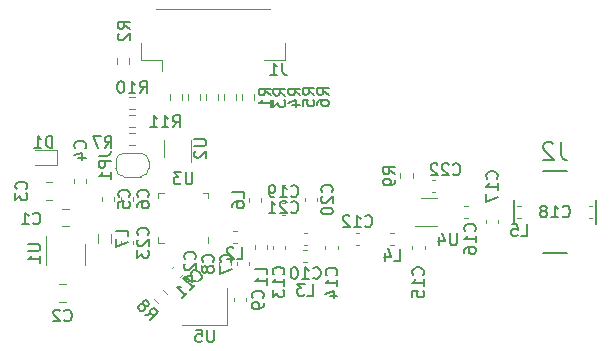
<source format=gbr>
%TF.GenerationSoftware,KiCad,Pcbnew,8.0.4+1*%
%TF.CreationDate,2024-10-17T12:28:57+00:00*%
%TF.ProjectId,TFLORA01,54464c4f-5241-4303-912e-6b696361645f,rev?*%
%TF.SameCoordinates,Original*%
%TF.FileFunction,Legend,Bot*%
%TF.FilePolarity,Positive*%
%FSLAX46Y46*%
G04 Gerber Fmt 4.6, Leading zero omitted, Abs format (unit mm)*
G04 Created by KiCad (PCBNEW 8.0.4+1) date 2024-10-17 12:28:57*
%MOMM*%
%LPD*%
G01*
G04 APERTURE LIST*
%ADD10C,0.150000*%
%ADD11C,0.120000*%
G04 APERTURE END LIST*
D10*
X176393980Y-114330542D02*
X176441600Y-114282923D01*
X176441600Y-114282923D02*
X176489219Y-114140066D01*
X176489219Y-114140066D02*
X176489219Y-114044828D01*
X176489219Y-114044828D02*
X176441600Y-113901971D01*
X176441600Y-113901971D02*
X176346361Y-113806733D01*
X176346361Y-113806733D02*
X176251123Y-113759114D01*
X176251123Y-113759114D02*
X176060647Y-113711495D01*
X176060647Y-113711495D02*
X175917790Y-113711495D01*
X175917790Y-113711495D02*
X175727314Y-113759114D01*
X175727314Y-113759114D02*
X175632076Y-113806733D01*
X175632076Y-113806733D02*
X175536838Y-113901971D01*
X175536838Y-113901971D02*
X175489219Y-114044828D01*
X175489219Y-114044828D02*
X175489219Y-114140066D01*
X175489219Y-114140066D02*
X175536838Y-114282923D01*
X175536838Y-114282923D02*
X175584457Y-114330542D01*
X176489219Y-115282923D02*
X176489219Y-114711495D01*
X176489219Y-114997209D02*
X175489219Y-114997209D01*
X175489219Y-114997209D02*
X175632076Y-114901971D01*
X175632076Y-114901971D02*
X175727314Y-114806733D01*
X175727314Y-114806733D02*
X175774933Y-114711495D01*
X175489219Y-115616257D02*
X175489219Y-116282923D01*
X175489219Y-116282923D02*
X176489219Y-115854352D01*
X172702457Y-113948380D02*
X172750076Y-113996000D01*
X172750076Y-113996000D02*
X172892933Y-114043619D01*
X172892933Y-114043619D02*
X172988171Y-114043619D01*
X172988171Y-114043619D02*
X173131028Y-113996000D01*
X173131028Y-113996000D02*
X173226266Y-113900761D01*
X173226266Y-113900761D02*
X173273885Y-113805523D01*
X173273885Y-113805523D02*
X173321504Y-113615047D01*
X173321504Y-113615047D02*
X173321504Y-113472190D01*
X173321504Y-113472190D02*
X173273885Y-113281714D01*
X173273885Y-113281714D02*
X173226266Y-113186476D01*
X173226266Y-113186476D02*
X173131028Y-113091238D01*
X173131028Y-113091238D02*
X172988171Y-113043619D01*
X172988171Y-113043619D02*
X172892933Y-113043619D01*
X172892933Y-113043619D02*
X172750076Y-113091238D01*
X172750076Y-113091238D02*
X172702457Y-113138857D01*
X172321504Y-113138857D02*
X172273885Y-113091238D01*
X172273885Y-113091238D02*
X172178647Y-113043619D01*
X172178647Y-113043619D02*
X171940552Y-113043619D01*
X171940552Y-113043619D02*
X171845314Y-113091238D01*
X171845314Y-113091238D02*
X171797695Y-113138857D01*
X171797695Y-113138857D02*
X171750076Y-113234095D01*
X171750076Y-113234095D02*
X171750076Y-113329333D01*
X171750076Y-113329333D02*
X171797695Y-113472190D01*
X171797695Y-113472190D02*
X172369123Y-114043619D01*
X172369123Y-114043619D02*
X171750076Y-114043619D01*
X171369123Y-113138857D02*
X171321504Y-113091238D01*
X171321504Y-113091238D02*
X171226266Y-113043619D01*
X171226266Y-113043619D02*
X170988171Y-113043619D01*
X170988171Y-113043619D02*
X170892933Y-113091238D01*
X170892933Y-113091238D02*
X170845314Y-113138857D01*
X170845314Y-113138857D02*
X170797695Y-113234095D01*
X170797695Y-113234095D02*
X170797695Y-113329333D01*
X170797695Y-113329333D02*
X170845314Y-113472190D01*
X170845314Y-113472190D02*
X171416742Y-114043619D01*
X171416742Y-114043619D02*
X170797695Y-114043619D01*
X162444580Y-115460542D02*
X162492200Y-115412923D01*
X162492200Y-115412923D02*
X162539819Y-115270066D01*
X162539819Y-115270066D02*
X162539819Y-115174828D01*
X162539819Y-115174828D02*
X162492200Y-115031971D01*
X162492200Y-115031971D02*
X162396961Y-114936733D01*
X162396961Y-114936733D02*
X162301723Y-114889114D01*
X162301723Y-114889114D02*
X162111247Y-114841495D01*
X162111247Y-114841495D02*
X161968390Y-114841495D01*
X161968390Y-114841495D02*
X161777914Y-114889114D01*
X161777914Y-114889114D02*
X161682676Y-114936733D01*
X161682676Y-114936733D02*
X161587438Y-115031971D01*
X161587438Y-115031971D02*
X161539819Y-115174828D01*
X161539819Y-115174828D02*
X161539819Y-115270066D01*
X161539819Y-115270066D02*
X161587438Y-115412923D01*
X161587438Y-115412923D02*
X161635057Y-115460542D01*
X161635057Y-115841495D02*
X161587438Y-115889114D01*
X161587438Y-115889114D02*
X161539819Y-115984352D01*
X161539819Y-115984352D02*
X161539819Y-116222447D01*
X161539819Y-116222447D02*
X161587438Y-116317685D01*
X161587438Y-116317685D02*
X161635057Y-116365304D01*
X161635057Y-116365304D02*
X161730295Y-116412923D01*
X161730295Y-116412923D02*
X161825533Y-116412923D01*
X161825533Y-116412923D02*
X161968390Y-116365304D01*
X161968390Y-116365304D02*
X162539819Y-115793876D01*
X162539819Y-115793876D02*
X162539819Y-116412923D01*
X161539819Y-117031971D02*
X161539819Y-117127209D01*
X161539819Y-117127209D02*
X161587438Y-117222447D01*
X161587438Y-117222447D02*
X161635057Y-117270066D01*
X161635057Y-117270066D02*
X161730295Y-117317685D01*
X161730295Y-117317685D02*
X161920771Y-117365304D01*
X161920771Y-117365304D02*
X162158866Y-117365304D01*
X162158866Y-117365304D02*
X162349342Y-117317685D01*
X162349342Y-117317685D02*
X162444580Y-117270066D01*
X162444580Y-117270066D02*
X162492200Y-117222447D01*
X162492200Y-117222447D02*
X162539819Y-117127209D01*
X162539819Y-117127209D02*
X162539819Y-117031971D01*
X162539819Y-117031971D02*
X162492200Y-116936733D01*
X162492200Y-116936733D02*
X162444580Y-116889114D01*
X162444580Y-116889114D02*
X162349342Y-116841495D01*
X162349342Y-116841495D02*
X162158866Y-116793876D01*
X162158866Y-116793876D02*
X161920771Y-116793876D01*
X161920771Y-116793876D02*
X161730295Y-116841495D01*
X161730295Y-116841495D02*
X161635057Y-116889114D01*
X161635057Y-116889114D02*
X161587438Y-116936733D01*
X161587438Y-116936733D02*
X161539819Y-117031971D01*
X181985857Y-117517380D02*
X182033476Y-117565000D01*
X182033476Y-117565000D02*
X182176333Y-117612619D01*
X182176333Y-117612619D02*
X182271571Y-117612619D01*
X182271571Y-117612619D02*
X182414428Y-117565000D01*
X182414428Y-117565000D02*
X182509666Y-117469761D01*
X182509666Y-117469761D02*
X182557285Y-117374523D01*
X182557285Y-117374523D02*
X182604904Y-117184047D01*
X182604904Y-117184047D02*
X182604904Y-117041190D01*
X182604904Y-117041190D02*
X182557285Y-116850714D01*
X182557285Y-116850714D02*
X182509666Y-116755476D01*
X182509666Y-116755476D02*
X182414428Y-116660238D01*
X182414428Y-116660238D02*
X182271571Y-116612619D01*
X182271571Y-116612619D02*
X182176333Y-116612619D01*
X182176333Y-116612619D02*
X182033476Y-116660238D01*
X182033476Y-116660238D02*
X181985857Y-116707857D01*
X181033476Y-117612619D02*
X181604904Y-117612619D01*
X181319190Y-117612619D02*
X181319190Y-116612619D01*
X181319190Y-116612619D02*
X181414428Y-116755476D01*
X181414428Y-116755476D02*
X181509666Y-116850714D01*
X181509666Y-116850714D02*
X181604904Y-116898333D01*
X180462047Y-117041190D02*
X180557285Y-116993571D01*
X180557285Y-116993571D02*
X180604904Y-116945952D01*
X180604904Y-116945952D02*
X180652523Y-116850714D01*
X180652523Y-116850714D02*
X180652523Y-116803095D01*
X180652523Y-116803095D02*
X180604904Y-116707857D01*
X180604904Y-116707857D02*
X180557285Y-116660238D01*
X180557285Y-116660238D02*
X180462047Y-116612619D01*
X180462047Y-116612619D02*
X180271571Y-116612619D01*
X180271571Y-116612619D02*
X180176333Y-116660238D01*
X180176333Y-116660238D02*
X180128714Y-116707857D01*
X180128714Y-116707857D02*
X180081095Y-116803095D01*
X180081095Y-116803095D02*
X180081095Y-116850714D01*
X180081095Y-116850714D02*
X180128714Y-116945952D01*
X180128714Y-116945952D02*
X180176333Y-116993571D01*
X180176333Y-116993571D02*
X180271571Y-117041190D01*
X180271571Y-117041190D02*
X180462047Y-117041190D01*
X180462047Y-117041190D02*
X180557285Y-117088809D01*
X180557285Y-117088809D02*
X180604904Y-117136428D01*
X180604904Y-117136428D02*
X180652523Y-117231666D01*
X180652523Y-117231666D02*
X180652523Y-117422142D01*
X180652523Y-117422142D02*
X180604904Y-117517380D01*
X180604904Y-117517380D02*
X180557285Y-117565000D01*
X180557285Y-117565000D02*
X180462047Y-117612619D01*
X180462047Y-117612619D02*
X180271571Y-117612619D01*
X180271571Y-117612619D02*
X180176333Y-117565000D01*
X180176333Y-117565000D02*
X180128714Y-117517380D01*
X180128714Y-117517380D02*
X180081095Y-117422142D01*
X180081095Y-117422142D02*
X180081095Y-117231666D01*
X180081095Y-117231666D02*
X180128714Y-117136428D01*
X180128714Y-117136428D02*
X180176333Y-117088809D01*
X180176333Y-117088809D02*
X180271571Y-117041190D01*
X146847580Y-119103142D02*
X146895200Y-119055523D01*
X146895200Y-119055523D02*
X146942819Y-118912666D01*
X146942819Y-118912666D02*
X146942819Y-118817428D01*
X146942819Y-118817428D02*
X146895200Y-118674571D01*
X146895200Y-118674571D02*
X146799961Y-118579333D01*
X146799961Y-118579333D02*
X146704723Y-118531714D01*
X146704723Y-118531714D02*
X146514247Y-118484095D01*
X146514247Y-118484095D02*
X146371390Y-118484095D01*
X146371390Y-118484095D02*
X146180914Y-118531714D01*
X146180914Y-118531714D02*
X146085676Y-118579333D01*
X146085676Y-118579333D02*
X145990438Y-118674571D01*
X145990438Y-118674571D02*
X145942819Y-118817428D01*
X145942819Y-118817428D02*
X145942819Y-118912666D01*
X145942819Y-118912666D02*
X145990438Y-119055523D01*
X145990438Y-119055523D02*
X146038057Y-119103142D01*
X146038057Y-119484095D02*
X145990438Y-119531714D01*
X145990438Y-119531714D02*
X145942819Y-119626952D01*
X145942819Y-119626952D02*
X145942819Y-119865047D01*
X145942819Y-119865047D02*
X145990438Y-119960285D01*
X145990438Y-119960285D02*
X146038057Y-120007904D01*
X146038057Y-120007904D02*
X146133295Y-120055523D01*
X146133295Y-120055523D02*
X146228533Y-120055523D01*
X146228533Y-120055523D02*
X146371390Y-120007904D01*
X146371390Y-120007904D02*
X146942819Y-119436476D01*
X146942819Y-119436476D02*
X146942819Y-120055523D01*
X145942819Y-120388857D02*
X145942819Y-121007904D01*
X145942819Y-121007904D02*
X146323771Y-120674571D01*
X146323771Y-120674571D02*
X146323771Y-120817428D01*
X146323771Y-120817428D02*
X146371390Y-120912666D01*
X146371390Y-120912666D02*
X146419009Y-120960285D01*
X146419009Y-120960285D02*
X146514247Y-121007904D01*
X146514247Y-121007904D02*
X146752342Y-121007904D01*
X146752342Y-121007904D02*
X146847580Y-120960285D01*
X146847580Y-120960285D02*
X146895200Y-120912666D01*
X146895200Y-120912666D02*
X146942819Y-120817428D01*
X146942819Y-120817428D02*
X146942819Y-120531714D01*
X146942819Y-120531714D02*
X146895200Y-120436476D01*
X146895200Y-120436476D02*
X146847580Y-120388857D01*
X145247580Y-115879333D02*
X145295200Y-115831714D01*
X145295200Y-115831714D02*
X145342819Y-115688857D01*
X145342819Y-115688857D02*
X145342819Y-115593619D01*
X145342819Y-115593619D02*
X145295200Y-115450762D01*
X145295200Y-115450762D02*
X145199961Y-115355524D01*
X145199961Y-115355524D02*
X145104723Y-115307905D01*
X145104723Y-115307905D02*
X144914247Y-115260286D01*
X144914247Y-115260286D02*
X144771390Y-115260286D01*
X144771390Y-115260286D02*
X144580914Y-115307905D01*
X144580914Y-115307905D02*
X144485676Y-115355524D01*
X144485676Y-115355524D02*
X144390438Y-115450762D01*
X144390438Y-115450762D02*
X144342819Y-115593619D01*
X144342819Y-115593619D02*
X144342819Y-115688857D01*
X144342819Y-115688857D02*
X144390438Y-115831714D01*
X144390438Y-115831714D02*
X144438057Y-115879333D01*
X144342819Y-116784095D02*
X144342819Y-116307905D01*
X144342819Y-116307905D02*
X144819009Y-116260286D01*
X144819009Y-116260286D02*
X144771390Y-116307905D01*
X144771390Y-116307905D02*
X144723771Y-116403143D01*
X144723771Y-116403143D02*
X144723771Y-116641238D01*
X144723771Y-116641238D02*
X144771390Y-116736476D01*
X144771390Y-116736476D02*
X144819009Y-116784095D01*
X144819009Y-116784095D02*
X144914247Y-116831714D01*
X144914247Y-116831714D02*
X145152342Y-116831714D01*
X145152342Y-116831714D02*
X145247580Y-116784095D01*
X145247580Y-116784095D02*
X145295200Y-116736476D01*
X145295200Y-116736476D02*
X145342819Y-116641238D01*
X145342819Y-116641238D02*
X145342819Y-116403143D01*
X145342819Y-116403143D02*
X145295200Y-116307905D01*
X145295200Y-116307905D02*
X145247580Y-116260286D01*
X151071993Y-122984856D02*
X151139337Y-122984856D01*
X151139337Y-122984856D02*
X151274024Y-122917512D01*
X151274024Y-122917512D02*
X151341367Y-122850169D01*
X151341367Y-122850169D02*
X151408711Y-122715482D01*
X151408711Y-122715482D02*
X151408711Y-122580795D01*
X151408711Y-122580795D02*
X151375039Y-122479780D01*
X151375039Y-122479780D02*
X151274024Y-122311421D01*
X151274024Y-122311421D02*
X151173009Y-122210406D01*
X151173009Y-122210406D02*
X151004650Y-122109390D01*
X151004650Y-122109390D02*
X150903635Y-122075719D01*
X150903635Y-122075719D02*
X150768948Y-122075719D01*
X150768948Y-122075719D02*
X150634261Y-122143062D01*
X150634261Y-122143062D02*
X150566917Y-122210406D01*
X150566917Y-122210406D02*
X150499574Y-122345093D01*
X150499574Y-122345093D02*
X150499574Y-122412436D01*
X150465902Y-123725634D02*
X150869963Y-123321573D01*
X150667932Y-123523604D02*
X149960826Y-122816497D01*
X149960826Y-122816497D02*
X150129184Y-122850169D01*
X150129184Y-122850169D02*
X150263871Y-122850169D01*
X150263871Y-122850169D02*
X150364887Y-122816497D01*
X149792467Y-124399070D02*
X150196528Y-123995009D01*
X149994497Y-124197039D02*
X149287390Y-123489932D01*
X149287390Y-123489932D02*
X149455749Y-123523604D01*
X149455749Y-123523604D02*
X149590436Y-123523604D01*
X149590436Y-123523604D02*
X149691451Y-123489932D01*
X158986457Y-115794980D02*
X159034076Y-115842600D01*
X159034076Y-115842600D02*
X159176933Y-115890219D01*
X159176933Y-115890219D02*
X159272171Y-115890219D01*
X159272171Y-115890219D02*
X159415028Y-115842600D01*
X159415028Y-115842600D02*
X159510266Y-115747361D01*
X159510266Y-115747361D02*
X159557885Y-115652123D01*
X159557885Y-115652123D02*
X159605504Y-115461647D01*
X159605504Y-115461647D02*
X159605504Y-115318790D01*
X159605504Y-115318790D02*
X159557885Y-115128314D01*
X159557885Y-115128314D02*
X159510266Y-115033076D01*
X159510266Y-115033076D02*
X159415028Y-114937838D01*
X159415028Y-114937838D02*
X159272171Y-114890219D01*
X159272171Y-114890219D02*
X159176933Y-114890219D01*
X159176933Y-114890219D02*
X159034076Y-114937838D01*
X159034076Y-114937838D02*
X158986457Y-114985457D01*
X158034076Y-115890219D02*
X158605504Y-115890219D01*
X158319790Y-115890219D02*
X158319790Y-114890219D01*
X158319790Y-114890219D02*
X158415028Y-115033076D01*
X158415028Y-115033076D02*
X158510266Y-115128314D01*
X158510266Y-115128314D02*
X158605504Y-115175933D01*
X157557885Y-115890219D02*
X157367409Y-115890219D01*
X157367409Y-115890219D02*
X157272171Y-115842600D01*
X157272171Y-115842600D02*
X157224552Y-115794980D01*
X157224552Y-115794980D02*
X157129314Y-115652123D01*
X157129314Y-115652123D02*
X157081695Y-115461647D01*
X157081695Y-115461647D02*
X157081695Y-115080695D01*
X157081695Y-115080695D02*
X157129314Y-114985457D01*
X157129314Y-114985457D02*
X157176933Y-114937838D01*
X157176933Y-114937838D02*
X157272171Y-114890219D01*
X157272171Y-114890219D02*
X157462647Y-114890219D01*
X157462647Y-114890219D02*
X157557885Y-114937838D01*
X157557885Y-114937838D02*
X157605504Y-114985457D01*
X157605504Y-114985457D02*
X157653123Y-115080695D01*
X157653123Y-115080695D02*
X157653123Y-115318790D01*
X157653123Y-115318790D02*
X157605504Y-115414028D01*
X157605504Y-115414028D02*
X157557885Y-115461647D01*
X157557885Y-115461647D02*
X157462647Y-115509266D01*
X157462647Y-115509266D02*
X157272171Y-115509266D01*
X157272171Y-115509266D02*
X157176933Y-115461647D01*
X157176933Y-115461647D02*
X157129314Y-115414028D01*
X157129314Y-115414028D02*
X157081695Y-115318790D01*
X146847580Y-115879333D02*
X146895200Y-115831714D01*
X146895200Y-115831714D02*
X146942819Y-115688857D01*
X146942819Y-115688857D02*
X146942819Y-115593619D01*
X146942819Y-115593619D02*
X146895200Y-115450762D01*
X146895200Y-115450762D02*
X146799961Y-115355524D01*
X146799961Y-115355524D02*
X146704723Y-115307905D01*
X146704723Y-115307905D02*
X146514247Y-115260286D01*
X146514247Y-115260286D02*
X146371390Y-115260286D01*
X146371390Y-115260286D02*
X146180914Y-115307905D01*
X146180914Y-115307905D02*
X146085676Y-115355524D01*
X146085676Y-115355524D02*
X145990438Y-115450762D01*
X145990438Y-115450762D02*
X145942819Y-115593619D01*
X145942819Y-115593619D02*
X145942819Y-115688857D01*
X145942819Y-115688857D02*
X145990438Y-115831714D01*
X145990438Y-115831714D02*
X146038057Y-115879333D01*
X145942819Y-116736476D02*
X145942819Y-116546000D01*
X145942819Y-116546000D02*
X145990438Y-116450762D01*
X145990438Y-116450762D02*
X146038057Y-116403143D01*
X146038057Y-116403143D02*
X146180914Y-116307905D01*
X146180914Y-116307905D02*
X146371390Y-116260286D01*
X146371390Y-116260286D02*
X146752342Y-116260286D01*
X146752342Y-116260286D02*
X146847580Y-116307905D01*
X146847580Y-116307905D02*
X146895200Y-116355524D01*
X146895200Y-116355524D02*
X146942819Y-116450762D01*
X146942819Y-116450762D02*
X146942819Y-116641238D01*
X146942819Y-116641238D02*
X146895200Y-116736476D01*
X146895200Y-116736476D02*
X146847580Y-116784095D01*
X146847580Y-116784095D02*
X146752342Y-116831714D01*
X146752342Y-116831714D02*
X146514247Y-116831714D01*
X146514247Y-116831714D02*
X146419009Y-116784095D01*
X146419009Y-116784095D02*
X146371390Y-116736476D01*
X146371390Y-116736476D02*
X146323771Y-116641238D01*
X146323771Y-116641238D02*
X146323771Y-116450762D01*
X146323771Y-116450762D02*
X146371390Y-116355524D01*
X146371390Y-116355524D02*
X146419009Y-116307905D01*
X146419009Y-116307905D02*
X146514247Y-116260286D01*
X158986457Y-117156380D02*
X159034076Y-117204000D01*
X159034076Y-117204000D02*
X159176933Y-117251619D01*
X159176933Y-117251619D02*
X159272171Y-117251619D01*
X159272171Y-117251619D02*
X159415028Y-117204000D01*
X159415028Y-117204000D02*
X159510266Y-117108761D01*
X159510266Y-117108761D02*
X159557885Y-117013523D01*
X159557885Y-117013523D02*
X159605504Y-116823047D01*
X159605504Y-116823047D02*
X159605504Y-116680190D01*
X159605504Y-116680190D02*
X159557885Y-116489714D01*
X159557885Y-116489714D02*
X159510266Y-116394476D01*
X159510266Y-116394476D02*
X159415028Y-116299238D01*
X159415028Y-116299238D02*
X159272171Y-116251619D01*
X159272171Y-116251619D02*
X159176933Y-116251619D01*
X159176933Y-116251619D02*
X159034076Y-116299238D01*
X159034076Y-116299238D02*
X158986457Y-116346857D01*
X158605504Y-116346857D02*
X158557885Y-116299238D01*
X158557885Y-116299238D02*
X158462647Y-116251619D01*
X158462647Y-116251619D02*
X158224552Y-116251619D01*
X158224552Y-116251619D02*
X158129314Y-116299238D01*
X158129314Y-116299238D02*
X158081695Y-116346857D01*
X158081695Y-116346857D02*
X158034076Y-116442095D01*
X158034076Y-116442095D02*
X158034076Y-116537333D01*
X158034076Y-116537333D02*
X158081695Y-116680190D01*
X158081695Y-116680190D02*
X158653123Y-117251619D01*
X158653123Y-117251619D02*
X158034076Y-117251619D01*
X157081695Y-117251619D02*
X157653123Y-117251619D01*
X157367409Y-117251619D02*
X157367409Y-116251619D01*
X157367409Y-116251619D02*
X157462647Y-116394476D01*
X157462647Y-116394476D02*
X157557885Y-116489714D01*
X157557885Y-116489714D02*
X157653123Y-116537333D01*
X150619904Y-113800819D02*
X150619904Y-114610342D01*
X150619904Y-114610342D02*
X150572285Y-114705580D01*
X150572285Y-114705580D02*
X150524666Y-114753200D01*
X150524666Y-114753200D02*
X150429428Y-114800819D01*
X150429428Y-114800819D02*
X150238952Y-114800819D01*
X150238952Y-114800819D02*
X150143714Y-114753200D01*
X150143714Y-114753200D02*
X150096095Y-114705580D01*
X150096095Y-114705580D02*
X150048476Y-114610342D01*
X150048476Y-114610342D02*
X150048476Y-113800819D01*
X149667523Y-113800819D02*
X149048476Y-113800819D01*
X149048476Y-113800819D02*
X149381809Y-114181771D01*
X149381809Y-114181771D02*
X149238952Y-114181771D01*
X149238952Y-114181771D02*
X149143714Y-114229390D01*
X149143714Y-114229390D02*
X149096095Y-114277009D01*
X149096095Y-114277009D02*
X149048476Y-114372247D01*
X149048476Y-114372247D02*
X149048476Y-114610342D01*
X149048476Y-114610342D02*
X149096095Y-114705580D01*
X149096095Y-114705580D02*
X149143714Y-114753200D01*
X149143714Y-114753200D02*
X149238952Y-114800819D01*
X149238952Y-114800819D02*
X149524666Y-114800819D01*
X149524666Y-114800819D02*
X149619904Y-114753200D01*
X149619904Y-114753200D02*
X149667523Y-114705580D01*
X143194066Y-111732219D02*
X143527399Y-111256028D01*
X143765494Y-111732219D02*
X143765494Y-110732219D01*
X143765494Y-110732219D02*
X143384542Y-110732219D01*
X143384542Y-110732219D02*
X143289304Y-110779838D01*
X143289304Y-110779838D02*
X143241685Y-110827457D01*
X143241685Y-110827457D02*
X143194066Y-110922695D01*
X143194066Y-110922695D02*
X143194066Y-111065552D01*
X143194066Y-111065552D02*
X143241685Y-111160790D01*
X143241685Y-111160790D02*
X143289304Y-111208409D01*
X143289304Y-111208409D02*
X143384542Y-111256028D01*
X143384542Y-111256028D02*
X143765494Y-111256028D01*
X142860732Y-110732219D02*
X142194066Y-110732219D01*
X142194066Y-110732219D02*
X142622637Y-111732219D01*
X154994819Y-115979333D02*
X154994819Y-115503143D01*
X154994819Y-115503143D02*
X153994819Y-115503143D01*
X153994819Y-116741238D02*
X153994819Y-116550762D01*
X153994819Y-116550762D02*
X154042438Y-116455524D01*
X154042438Y-116455524D02*
X154090057Y-116407905D01*
X154090057Y-116407905D02*
X154232914Y-116312667D01*
X154232914Y-116312667D02*
X154423390Y-116265048D01*
X154423390Y-116265048D02*
X154804342Y-116265048D01*
X154804342Y-116265048D02*
X154899580Y-116312667D01*
X154899580Y-116312667D02*
X154947200Y-116360286D01*
X154947200Y-116360286D02*
X154994819Y-116455524D01*
X154994819Y-116455524D02*
X154994819Y-116646000D01*
X154994819Y-116646000D02*
X154947200Y-116741238D01*
X154947200Y-116741238D02*
X154899580Y-116788857D01*
X154899580Y-116788857D02*
X154804342Y-116836476D01*
X154804342Y-116836476D02*
X154566247Y-116836476D01*
X154566247Y-116836476D02*
X154471009Y-116788857D01*
X154471009Y-116788857D02*
X154423390Y-116741238D01*
X154423390Y-116741238D02*
X154375771Y-116646000D01*
X154375771Y-116646000D02*
X154375771Y-116455524D01*
X154375771Y-116455524D02*
X154423390Y-116360286D01*
X154423390Y-116360286D02*
X154471009Y-116312667D01*
X154471009Y-116312667D02*
X154566247Y-116265048D01*
X178461666Y-119187419D02*
X178937856Y-119187419D01*
X178937856Y-119187419D02*
X178937856Y-118187419D01*
X177652142Y-118187419D02*
X178128332Y-118187419D01*
X178128332Y-118187419D02*
X178175951Y-118663609D01*
X178175951Y-118663609D02*
X178128332Y-118615990D01*
X178128332Y-118615990D02*
X178033094Y-118568371D01*
X178033094Y-118568371D02*
X177794999Y-118568371D01*
X177794999Y-118568371D02*
X177699761Y-118615990D01*
X177699761Y-118615990D02*
X177652142Y-118663609D01*
X177652142Y-118663609D02*
X177604523Y-118758847D01*
X177604523Y-118758847D02*
X177604523Y-118996942D01*
X177604523Y-118996942D02*
X177652142Y-119092180D01*
X177652142Y-119092180D02*
X177699761Y-119139800D01*
X177699761Y-119139800D02*
X177794999Y-119187419D01*
X177794999Y-119187419D02*
X178033094Y-119187419D01*
X178033094Y-119187419D02*
X178128332Y-119139800D01*
X178128332Y-119139800D02*
X178175951Y-119092180D01*
X145162819Y-119213333D02*
X145162819Y-118737143D01*
X145162819Y-118737143D02*
X144162819Y-118737143D01*
X144162819Y-119451429D02*
X144162819Y-120118095D01*
X144162819Y-120118095D02*
X145162819Y-119689524D01*
X156969619Y-122439133D02*
X156969619Y-121962943D01*
X156969619Y-121962943D02*
X155969619Y-121962943D01*
X156969619Y-123296276D02*
X156969619Y-122724848D01*
X156969619Y-123010562D02*
X155969619Y-123010562D01*
X155969619Y-123010562D02*
X156112476Y-122915324D01*
X156112476Y-122915324D02*
X156207714Y-122820086D01*
X156207714Y-122820086D02*
X156255333Y-122724848D01*
X167730466Y-121290219D02*
X168206656Y-121290219D01*
X168206656Y-121290219D02*
X168206656Y-120290219D01*
X166968561Y-120623552D02*
X166968561Y-121290219D01*
X167206656Y-120242600D02*
X167444751Y-120956885D01*
X167444751Y-120956885D02*
X166825704Y-120956885D01*
X160364466Y-124229019D02*
X160840656Y-124229019D01*
X160840656Y-124229019D02*
X160840656Y-123229019D01*
X160126370Y-123229019D02*
X159507323Y-123229019D01*
X159507323Y-123229019D02*
X159840656Y-123609971D01*
X159840656Y-123609971D02*
X159697799Y-123609971D01*
X159697799Y-123609971D02*
X159602561Y-123657590D01*
X159602561Y-123657590D02*
X159554942Y-123705209D01*
X159554942Y-123705209D02*
X159507323Y-123800447D01*
X159507323Y-123800447D02*
X159507323Y-124038542D01*
X159507323Y-124038542D02*
X159554942Y-124133780D01*
X159554942Y-124133780D02*
X159602561Y-124181400D01*
X159602561Y-124181400D02*
X159697799Y-124229019D01*
X159697799Y-124229019D02*
X159983513Y-124229019D01*
X159983513Y-124229019D02*
X160078751Y-124181400D01*
X160078751Y-124181400D02*
X160126370Y-124133780D01*
X160866057Y-122736780D02*
X160913676Y-122784400D01*
X160913676Y-122784400D02*
X161056533Y-122832019D01*
X161056533Y-122832019D02*
X161151771Y-122832019D01*
X161151771Y-122832019D02*
X161294628Y-122784400D01*
X161294628Y-122784400D02*
X161389866Y-122689161D01*
X161389866Y-122689161D02*
X161437485Y-122593923D01*
X161437485Y-122593923D02*
X161485104Y-122403447D01*
X161485104Y-122403447D02*
X161485104Y-122260590D01*
X161485104Y-122260590D02*
X161437485Y-122070114D01*
X161437485Y-122070114D02*
X161389866Y-121974876D01*
X161389866Y-121974876D02*
X161294628Y-121879638D01*
X161294628Y-121879638D02*
X161151771Y-121832019D01*
X161151771Y-121832019D02*
X161056533Y-121832019D01*
X161056533Y-121832019D02*
X160913676Y-121879638D01*
X160913676Y-121879638D02*
X160866057Y-121927257D01*
X159913676Y-122832019D02*
X160485104Y-122832019D01*
X160199390Y-122832019D02*
X160199390Y-121832019D01*
X160199390Y-121832019D02*
X160294628Y-121974876D01*
X160294628Y-121974876D02*
X160389866Y-122070114D01*
X160389866Y-122070114D02*
X160485104Y-122117733D01*
X159294628Y-121832019D02*
X159199390Y-121832019D01*
X159199390Y-121832019D02*
X159104152Y-121879638D01*
X159104152Y-121879638D02*
X159056533Y-121927257D01*
X159056533Y-121927257D02*
X159008914Y-122022495D01*
X159008914Y-122022495D02*
X158961295Y-122212971D01*
X158961295Y-122212971D02*
X158961295Y-122451066D01*
X158961295Y-122451066D02*
X159008914Y-122641542D01*
X159008914Y-122641542D02*
X159056533Y-122736780D01*
X159056533Y-122736780D02*
X159104152Y-122784400D01*
X159104152Y-122784400D02*
X159199390Y-122832019D01*
X159199390Y-122832019D02*
X159294628Y-122832019D01*
X159294628Y-122832019D02*
X159389866Y-122784400D01*
X159389866Y-122784400D02*
X159437485Y-122736780D01*
X159437485Y-122736780D02*
X159485104Y-122641542D01*
X159485104Y-122641542D02*
X159532723Y-122451066D01*
X159532723Y-122451066D02*
X159532723Y-122212971D01*
X159532723Y-122212971D02*
X159485104Y-122022495D01*
X159485104Y-122022495D02*
X159437485Y-121927257D01*
X159437485Y-121927257D02*
X159389866Y-121879638D01*
X159389866Y-121879638D02*
X159294628Y-121832019D01*
X170158580Y-122470942D02*
X170206200Y-122423323D01*
X170206200Y-122423323D02*
X170253819Y-122280466D01*
X170253819Y-122280466D02*
X170253819Y-122185228D01*
X170253819Y-122185228D02*
X170206200Y-122042371D01*
X170206200Y-122042371D02*
X170110961Y-121947133D01*
X170110961Y-121947133D02*
X170015723Y-121899514D01*
X170015723Y-121899514D02*
X169825247Y-121851895D01*
X169825247Y-121851895D02*
X169682390Y-121851895D01*
X169682390Y-121851895D02*
X169491914Y-121899514D01*
X169491914Y-121899514D02*
X169396676Y-121947133D01*
X169396676Y-121947133D02*
X169301438Y-122042371D01*
X169301438Y-122042371D02*
X169253819Y-122185228D01*
X169253819Y-122185228D02*
X169253819Y-122280466D01*
X169253819Y-122280466D02*
X169301438Y-122423323D01*
X169301438Y-122423323D02*
X169349057Y-122470942D01*
X170253819Y-123423323D02*
X170253819Y-122851895D01*
X170253819Y-123137609D02*
X169253819Y-123137609D01*
X169253819Y-123137609D02*
X169396676Y-123042371D01*
X169396676Y-123042371D02*
X169491914Y-122947133D01*
X169491914Y-122947133D02*
X169539533Y-122851895D01*
X169253819Y-124328085D02*
X169253819Y-123851895D01*
X169253819Y-123851895D02*
X169730009Y-123804276D01*
X169730009Y-123804276D02*
X169682390Y-123851895D01*
X169682390Y-123851895D02*
X169634771Y-123947133D01*
X169634771Y-123947133D02*
X169634771Y-124185228D01*
X169634771Y-124185228D02*
X169682390Y-124280466D01*
X169682390Y-124280466D02*
X169730009Y-124328085D01*
X169730009Y-124328085D02*
X169825247Y-124375704D01*
X169825247Y-124375704D02*
X170063342Y-124375704D01*
X170063342Y-124375704D02*
X170158580Y-124328085D01*
X170158580Y-124328085D02*
X170206200Y-124280466D01*
X170206200Y-124280466D02*
X170253819Y-124185228D01*
X170253819Y-124185228D02*
X170253819Y-123947133D01*
X170253819Y-123947133D02*
X170206200Y-123851895D01*
X170206200Y-123851895D02*
X170158580Y-123804276D01*
X174539780Y-118775542D02*
X174587400Y-118727923D01*
X174587400Y-118727923D02*
X174635019Y-118585066D01*
X174635019Y-118585066D02*
X174635019Y-118489828D01*
X174635019Y-118489828D02*
X174587400Y-118346971D01*
X174587400Y-118346971D02*
X174492161Y-118251733D01*
X174492161Y-118251733D02*
X174396923Y-118204114D01*
X174396923Y-118204114D02*
X174206447Y-118156495D01*
X174206447Y-118156495D02*
X174063590Y-118156495D01*
X174063590Y-118156495D02*
X173873114Y-118204114D01*
X173873114Y-118204114D02*
X173777876Y-118251733D01*
X173777876Y-118251733D02*
X173682638Y-118346971D01*
X173682638Y-118346971D02*
X173635019Y-118489828D01*
X173635019Y-118489828D02*
X173635019Y-118585066D01*
X173635019Y-118585066D02*
X173682638Y-118727923D01*
X173682638Y-118727923D02*
X173730257Y-118775542D01*
X174635019Y-119727923D02*
X174635019Y-119156495D01*
X174635019Y-119442209D02*
X173635019Y-119442209D01*
X173635019Y-119442209D02*
X173777876Y-119346971D01*
X173777876Y-119346971D02*
X173873114Y-119251733D01*
X173873114Y-119251733D02*
X173920733Y-119156495D01*
X173635019Y-120585066D02*
X173635019Y-120394590D01*
X173635019Y-120394590D02*
X173682638Y-120299352D01*
X173682638Y-120299352D02*
X173730257Y-120251733D01*
X173730257Y-120251733D02*
X173873114Y-120156495D01*
X173873114Y-120156495D02*
X174063590Y-120108876D01*
X174063590Y-120108876D02*
X174444542Y-120108876D01*
X174444542Y-120108876D02*
X174539780Y-120156495D01*
X174539780Y-120156495D02*
X174587400Y-120204114D01*
X174587400Y-120204114D02*
X174635019Y-120299352D01*
X174635019Y-120299352D02*
X174635019Y-120489828D01*
X174635019Y-120489828D02*
X174587400Y-120585066D01*
X174587400Y-120585066D02*
X174539780Y-120632685D01*
X174539780Y-120632685D02*
X174444542Y-120680304D01*
X174444542Y-120680304D02*
X174206447Y-120680304D01*
X174206447Y-120680304D02*
X174111209Y-120632685D01*
X174111209Y-120632685D02*
X174063590Y-120585066D01*
X174063590Y-120585066D02*
X174015971Y-120489828D01*
X174015971Y-120489828D02*
X174015971Y-120299352D01*
X174015971Y-120299352D02*
X174063590Y-120204114D01*
X174063590Y-120204114D02*
X174111209Y-120156495D01*
X174111209Y-120156495D02*
X174206447Y-120108876D01*
X162817980Y-122496342D02*
X162865600Y-122448723D01*
X162865600Y-122448723D02*
X162913219Y-122305866D01*
X162913219Y-122305866D02*
X162913219Y-122210628D01*
X162913219Y-122210628D02*
X162865600Y-122067771D01*
X162865600Y-122067771D02*
X162770361Y-121972533D01*
X162770361Y-121972533D02*
X162675123Y-121924914D01*
X162675123Y-121924914D02*
X162484647Y-121877295D01*
X162484647Y-121877295D02*
X162341790Y-121877295D01*
X162341790Y-121877295D02*
X162151314Y-121924914D01*
X162151314Y-121924914D02*
X162056076Y-121972533D01*
X162056076Y-121972533D02*
X161960838Y-122067771D01*
X161960838Y-122067771D02*
X161913219Y-122210628D01*
X161913219Y-122210628D02*
X161913219Y-122305866D01*
X161913219Y-122305866D02*
X161960838Y-122448723D01*
X161960838Y-122448723D02*
X162008457Y-122496342D01*
X162913219Y-123448723D02*
X162913219Y-122877295D01*
X162913219Y-123163009D02*
X161913219Y-123163009D01*
X161913219Y-123163009D02*
X162056076Y-123067771D01*
X162056076Y-123067771D02*
X162151314Y-122972533D01*
X162151314Y-122972533D02*
X162198933Y-122877295D01*
X162246552Y-124305866D02*
X162913219Y-124305866D01*
X161865600Y-124067771D02*
X162579885Y-123829676D01*
X162579885Y-123829676D02*
X162579885Y-124448723D01*
X158322180Y-122445542D02*
X158369800Y-122397923D01*
X158369800Y-122397923D02*
X158417419Y-122255066D01*
X158417419Y-122255066D02*
X158417419Y-122159828D01*
X158417419Y-122159828D02*
X158369800Y-122016971D01*
X158369800Y-122016971D02*
X158274561Y-121921733D01*
X158274561Y-121921733D02*
X158179323Y-121874114D01*
X158179323Y-121874114D02*
X157988847Y-121826495D01*
X157988847Y-121826495D02*
X157845990Y-121826495D01*
X157845990Y-121826495D02*
X157655514Y-121874114D01*
X157655514Y-121874114D02*
X157560276Y-121921733D01*
X157560276Y-121921733D02*
X157465038Y-122016971D01*
X157465038Y-122016971D02*
X157417419Y-122159828D01*
X157417419Y-122159828D02*
X157417419Y-122255066D01*
X157417419Y-122255066D02*
X157465038Y-122397923D01*
X157465038Y-122397923D02*
X157512657Y-122445542D01*
X158417419Y-123397923D02*
X158417419Y-122826495D01*
X158417419Y-123112209D02*
X157417419Y-123112209D01*
X157417419Y-123112209D02*
X157560276Y-123016971D01*
X157560276Y-123016971D02*
X157655514Y-122921733D01*
X157655514Y-122921733D02*
X157703133Y-122826495D01*
X157417419Y-123731257D02*
X157417419Y-124350304D01*
X157417419Y-124350304D02*
X157798371Y-124016971D01*
X157798371Y-124016971D02*
X157798371Y-124159828D01*
X157798371Y-124159828D02*
X157845990Y-124255066D01*
X157845990Y-124255066D02*
X157893609Y-124302685D01*
X157893609Y-124302685D02*
X157988847Y-124350304D01*
X157988847Y-124350304D02*
X158226942Y-124350304D01*
X158226942Y-124350304D02*
X158322180Y-124302685D01*
X158322180Y-124302685D02*
X158369800Y-124255066D01*
X158369800Y-124255066D02*
X158417419Y-124159828D01*
X158417419Y-124159828D02*
X158417419Y-123874114D01*
X158417419Y-123874114D02*
X158369800Y-123778876D01*
X158369800Y-123778876D02*
X158322180Y-123731257D01*
X165260257Y-118334980D02*
X165307876Y-118382600D01*
X165307876Y-118382600D02*
X165450733Y-118430219D01*
X165450733Y-118430219D02*
X165545971Y-118430219D01*
X165545971Y-118430219D02*
X165688828Y-118382600D01*
X165688828Y-118382600D02*
X165784066Y-118287361D01*
X165784066Y-118287361D02*
X165831685Y-118192123D01*
X165831685Y-118192123D02*
X165879304Y-118001647D01*
X165879304Y-118001647D02*
X165879304Y-117858790D01*
X165879304Y-117858790D02*
X165831685Y-117668314D01*
X165831685Y-117668314D02*
X165784066Y-117573076D01*
X165784066Y-117573076D02*
X165688828Y-117477838D01*
X165688828Y-117477838D02*
X165545971Y-117430219D01*
X165545971Y-117430219D02*
X165450733Y-117430219D01*
X165450733Y-117430219D02*
X165307876Y-117477838D01*
X165307876Y-117477838D02*
X165260257Y-117525457D01*
X164307876Y-118430219D02*
X164879304Y-118430219D01*
X164593590Y-118430219D02*
X164593590Y-117430219D01*
X164593590Y-117430219D02*
X164688828Y-117573076D01*
X164688828Y-117573076D02*
X164784066Y-117668314D01*
X164784066Y-117668314D02*
X164879304Y-117715933D01*
X163926923Y-117525457D02*
X163879304Y-117477838D01*
X163879304Y-117477838D02*
X163784066Y-117430219D01*
X163784066Y-117430219D02*
X163545971Y-117430219D01*
X163545971Y-117430219D02*
X163450733Y-117477838D01*
X163450733Y-117477838D02*
X163403114Y-117525457D01*
X163403114Y-117525457D02*
X163355495Y-117620695D01*
X163355495Y-117620695D02*
X163355495Y-117715933D01*
X163355495Y-117715933D02*
X163403114Y-117858790D01*
X163403114Y-117858790D02*
X163974542Y-118430219D01*
X163974542Y-118430219D02*
X163355495Y-118430219D01*
X152345580Y-121372333D02*
X152393200Y-121324714D01*
X152393200Y-121324714D02*
X152440819Y-121181857D01*
X152440819Y-121181857D02*
X152440819Y-121086619D01*
X152440819Y-121086619D02*
X152393200Y-120943762D01*
X152393200Y-120943762D02*
X152297961Y-120848524D01*
X152297961Y-120848524D02*
X152202723Y-120800905D01*
X152202723Y-120800905D02*
X152012247Y-120753286D01*
X152012247Y-120753286D02*
X151869390Y-120753286D01*
X151869390Y-120753286D02*
X151678914Y-120800905D01*
X151678914Y-120800905D02*
X151583676Y-120848524D01*
X151583676Y-120848524D02*
X151488438Y-120943762D01*
X151488438Y-120943762D02*
X151440819Y-121086619D01*
X151440819Y-121086619D02*
X151440819Y-121181857D01*
X151440819Y-121181857D02*
X151488438Y-121324714D01*
X151488438Y-121324714D02*
X151536057Y-121372333D01*
X151869390Y-121943762D02*
X151821771Y-121848524D01*
X151821771Y-121848524D02*
X151774152Y-121800905D01*
X151774152Y-121800905D02*
X151678914Y-121753286D01*
X151678914Y-121753286D02*
X151631295Y-121753286D01*
X151631295Y-121753286D02*
X151536057Y-121800905D01*
X151536057Y-121800905D02*
X151488438Y-121848524D01*
X151488438Y-121848524D02*
X151440819Y-121943762D01*
X151440819Y-121943762D02*
X151440819Y-122134238D01*
X151440819Y-122134238D02*
X151488438Y-122229476D01*
X151488438Y-122229476D02*
X151536057Y-122277095D01*
X151536057Y-122277095D02*
X151631295Y-122324714D01*
X151631295Y-122324714D02*
X151678914Y-122324714D01*
X151678914Y-122324714D02*
X151774152Y-122277095D01*
X151774152Y-122277095D02*
X151821771Y-122229476D01*
X151821771Y-122229476D02*
X151869390Y-122134238D01*
X151869390Y-122134238D02*
X151869390Y-121943762D01*
X151869390Y-121943762D02*
X151917009Y-121848524D01*
X151917009Y-121848524D02*
X151964628Y-121800905D01*
X151964628Y-121800905D02*
X152059866Y-121753286D01*
X152059866Y-121753286D02*
X152250342Y-121753286D01*
X152250342Y-121753286D02*
X152345580Y-121800905D01*
X152345580Y-121800905D02*
X152393200Y-121848524D01*
X152393200Y-121848524D02*
X152440819Y-121943762D01*
X152440819Y-121943762D02*
X152440819Y-122134238D01*
X152440819Y-122134238D02*
X152393200Y-122229476D01*
X152393200Y-122229476D02*
X152345580Y-122277095D01*
X152345580Y-122277095D02*
X152250342Y-122324714D01*
X152250342Y-122324714D02*
X152059866Y-122324714D01*
X152059866Y-122324714D02*
X151964628Y-122277095D01*
X151964628Y-122277095D02*
X151917009Y-122229476D01*
X151917009Y-122229476D02*
X151869390Y-122134238D01*
X153869580Y-121372333D02*
X153917200Y-121324714D01*
X153917200Y-121324714D02*
X153964819Y-121181857D01*
X153964819Y-121181857D02*
X153964819Y-121086619D01*
X153964819Y-121086619D02*
X153917200Y-120943762D01*
X153917200Y-120943762D02*
X153821961Y-120848524D01*
X153821961Y-120848524D02*
X153726723Y-120800905D01*
X153726723Y-120800905D02*
X153536247Y-120753286D01*
X153536247Y-120753286D02*
X153393390Y-120753286D01*
X153393390Y-120753286D02*
X153202914Y-120800905D01*
X153202914Y-120800905D02*
X153107676Y-120848524D01*
X153107676Y-120848524D02*
X153012438Y-120943762D01*
X153012438Y-120943762D02*
X152964819Y-121086619D01*
X152964819Y-121086619D02*
X152964819Y-121181857D01*
X152964819Y-121181857D02*
X153012438Y-121324714D01*
X153012438Y-121324714D02*
X153060057Y-121372333D01*
X152964819Y-121705667D02*
X152964819Y-122372333D01*
X152964819Y-122372333D02*
X153964819Y-121943762D01*
X154395466Y-121137819D02*
X154871656Y-121137819D01*
X154871656Y-121137819D02*
X154871656Y-120137819D01*
X154109751Y-120233057D02*
X154062132Y-120185438D01*
X154062132Y-120185438D02*
X153966894Y-120137819D01*
X153966894Y-120137819D02*
X153728799Y-120137819D01*
X153728799Y-120137819D02*
X153633561Y-120185438D01*
X153633561Y-120185438D02*
X153585942Y-120233057D01*
X153585942Y-120233057D02*
X153538323Y-120328295D01*
X153538323Y-120328295D02*
X153538323Y-120423533D01*
X153538323Y-120423533D02*
X153585942Y-120566390D01*
X153585942Y-120566390D02*
X154157370Y-121137819D01*
X154157370Y-121137819D02*
X153538323Y-121137819D01*
X141532780Y-111745733D02*
X141580400Y-111698114D01*
X141580400Y-111698114D02*
X141628019Y-111555257D01*
X141628019Y-111555257D02*
X141628019Y-111460019D01*
X141628019Y-111460019D02*
X141580400Y-111317162D01*
X141580400Y-111317162D02*
X141485161Y-111221924D01*
X141485161Y-111221924D02*
X141389923Y-111174305D01*
X141389923Y-111174305D02*
X141199447Y-111126686D01*
X141199447Y-111126686D02*
X141056590Y-111126686D01*
X141056590Y-111126686D02*
X140866114Y-111174305D01*
X140866114Y-111174305D02*
X140770876Y-111221924D01*
X140770876Y-111221924D02*
X140675638Y-111317162D01*
X140675638Y-111317162D02*
X140628019Y-111460019D01*
X140628019Y-111460019D02*
X140628019Y-111555257D01*
X140628019Y-111555257D02*
X140675638Y-111698114D01*
X140675638Y-111698114D02*
X140723257Y-111745733D01*
X140961352Y-112602876D02*
X141628019Y-112602876D01*
X140580400Y-112364781D02*
X141294685Y-112126686D01*
X141294685Y-112126686D02*
X141294685Y-112745733D01*
X136741819Y-119862695D02*
X137551342Y-119862695D01*
X137551342Y-119862695D02*
X137646580Y-119910314D01*
X137646580Y-119910314D02*
X137694200Y-119957933D01*
X137694200Y-119957933D02*
X137741819Y-120053171D01*
X137741819Y-120053171D02*
X137741819Y-120243647D01*
X137741819Y-120243647D02*
X137694200Y-120338885D01*
X137694200Y-120338885D02*
X137646580Y-120386504D01*
X137646580Y-120386504D02*
X137551342Y-120434123D01*
X137551342Y-120434123D02*
X136741819Y-120434123D01*
X137741819Y-121434123D02*
X137741819Y-120862695D01*
X137741819Y-121148409D02*
X136741819Y-121148409D01*
X136741819Y-121148409D02*
X136884676Y-121053171D01*
X136884676Y-121053171D02*
X136979914Y-120957933D01*
X136979914Y-120957933D02*
X137027533Y-120862695D01*
X139790466Y-126318180D02*
X139838085Y-126365800D01*
X139838085Y-126365800D02*
X139980942Y-126413419D01*
X139980942Y-126413419D02*
X140076180Y-126413419D01*
X140076180Y-126413419D02*
X140219037Y-126365800D01*
X140219037Y-126365800D02*
X140314275Y-126270561D01*
X140314275Y-126270561D02*
X140361894Y-126175323D01*
X140361894Y-126175323D02*
X140409513Y-125984847D01*
X140409513Y-125984847D02*
X140409513Y-125841990D01*
X140409513Y-125841990D02*
X140361894Y-125651514D01*
X140361894Y-125651514D02*
X140314275Y-125556276D01*
X140314275Y-125556276D02*
X140219037Y-125461038D01*
X140219037Y-125461038D02*
X140076180Y-125413419D01*
X140076180Y-125413419D02*
X139980942Y-125413419D01*
X139980942Y-125413419D02*
X139838085Y-125461038D01*
X139838085Y-125461038D02*
X139790466Y-125508657D01*
X139409513Y-125508657D02*
X139361894Y-125461038D01*
X139361894Y-125461038D02*
X139266656Y-125413419D01*
X139266656Y-125413419D02*
X139028561Y-125413419D01*
X139028561Y-125413419D02*
X138933323Y-125461038D01*
X138933323Y-125461038D02*
X138885704Y-125508657D01*
X138885704Y-125508657D02*
X138838085Y-125603895D01*
X138838085Y-125603895D02*
X138838085Y-125699133D01*
X138838085Y-125699133D02*
X138885704Y-125841990D01*
X138885704Y-125841990D02*
X139457132Y-126413419D01*
X139457132Y-126413419D02*
X138838085Y-126413419D01*
X137148866Y-118113980D02*
X137196485Y-118161600D01*
X137196485Y-118161600D02*
X137339342Y-118209219D01*
X137339342Y-118209219D02*
X137434580Y-118209219D01*
X137434580Y-118209219D02*
X137577437Y-118161600D01*
X137577437Y-118161600D02*
X137672675Y-118066361D01*
X137672675Y-118066361D02*
X137720294Y-117971123D01*
X137720294Y-117971123D02*
X137767913Y-117780647D01*
X137767913Y-117780647D02*
X137767913Y-117637790D01*
X137767913Y-117637790D02*
X137720294Y-117447314D01*
X137720294Y-117447314D02*
X137672675Y-117352076D01*
X137672675Y-117352076D02*
X137577437Y-117256838D01*
X137577437Y-117256838D02*
X137434580Y-117209219D01*
X137434580Y-117209219D02*
X137339342Y-117209219D01*
X137339342Y-117209219D02*
X137196485Y-117256838D01*
X137196485Y-117256838D02*
X137148866Y-117304457D01*
X136196485Y-118209219D02*
X136767913Y-118209219D01*
X136482199Y-118209219D02*
X136482199Y-117209219D01*
X136482199Y-117209219D02*
X136577437Y-117352076D01*
X136577437Y-117352076D02*
X136672675Y-117447314D01*
X136672675Y-117447314D02*
X136767913Y-117494933D01*
X136554380Y-115200133D02*
X136602000Y-115152514D01*
X136602000Y-115152514D02*
X136649619Y-115009657D01*
X136649619Y-115009657D02*
X136649619Y-114914419D01*
X136649619Y-114914419D02*
X136602000Y-114771562D01*
X136602000Y-114771562D02*
X136506761Y-114676324D01*
X136506761Y-114676324D02*
X136411523Y-114628705D01*
X136411523Y-114628705D02*
X136221047Y-114581086D01*
X136221047Y-114581086D02*
X136078190Y-114581086D01*
X136078190Y-114581086D02*
X135887714Y-114628705D01*
X135887714Y-114628705D02*
X135792476Y-114676324D01*
X135792476Y-114676324D02*
X135697238Y-114771562D01*
X135697238Y-114771562D02*
X135649619Y-114914419D01*
X135649619Y-114914419D02*
X135649619Y-115009657D01*
X135649619Y-115009657D02*
X135697238Y-115152514D01*
X135697238Y-115152514D02*
X135744857Y-115200133D01*
X135649619Y-115533467D02*
X135649619Y-116152514D01*
X135649619Y-116152514D02*
X136030571Y-115819181D01*
X136030571Y-115819181D02*
X136030571Y-115962038D01*
X136030571Y-115962038D02*
X136078190Y-116057276D01*
X136078190Y-116057276D02*
X136125809Y-116104895D01*
X136125809Y-116104895D02*
X136221047Y-116152514D01*
X136221047Y-116152514D02*
X136459142Y-116152514D01*
X136459142Y-116152514D02*
X136554380Y-116104895D01*
X136554380Y-116104895D02*
X136602000Y-116057276D01*
X136602000Y-116057276D02*
X136649619Y-115962038D01*
X136649619Y-115962038D02*
X136649619Y-115676324D01*
X136649619Y-115676324D02*
X136602000Y-115581086D01*
X136602000Y-115581086D02*
X136554380Y-115533467D01*
X150821580Y-121150142D02*
X150869200Y-121102523D01*
X150869200Y-121102523D02*
X150916819Y-120959666D01*
X150916819Y-120959666D02*
X150916819Y-120864428D01*
X150916819Y-120864428D02*
X150869200Y-120721571D01*
X150869200Y-120721571D02*
X150773961Y-120626333D01*
X150773961Y-120626333D02*
X150678723Y-120578714D01*
X150678723Y-120578714D02*
X150488247Y-120531095D01*
X150488247Y-120531095D02*
X150345390Y-120531095D01*
X150345390Y-120531095D02*
X150154914Y-120578714D01*
X150154914Y-120578714D02*
X150059676Y-120626333D01*
X150059676Y-120626333D02*
X149964438Y-120721571D01*
X149964438Y-120721571D02*
X149916819Y-120864428D01*
X149916819Y-120864428D02*
X149916819Y-120959666D01*
X149916819Y-120959666D02*
X149964438Y-121102523D01*
X149964438Y-121102523D02*
X150012057Y-121150142D01*
X150012057Y-121531095D02*
X149964438Y-121578714D01*
X149964438Y-121578714D02*
X149916819Y-121673952D01*
X149916819Y-121673952D02*
X149916819Y-121912047D01*
X149916819Y-121912047D02*
X149964438Y-122007285D01*
X149964438Y-122007285D02*
X150012057Y-122054904D01*
X150012057Y-122054904D02*
X150107295Y-122102523D01*
X150107295Y-122102523D02*
X150202533Y-122102523D01*
X150202533Y-122102523D02*
X150345390Y-122054904D01*
X150345390Y-122054904D02*
X150916819Y-121483476D01*
X150916819Y-121483476D02*
X150916819Y-122102523D01*
X150250152Y-122959666D02*
X150916819Y-122959666D01*
X149869200Y-122721571D02*
X150583485Y-122483476D01*
X150583485Y-122483476D02*
X150583485Y-123102523D01*
X181817599Y-111243928D02*
X181817599Y-112315357D01*
X181817599Y-112315357D02*
X181889028Y-112529642D01*
X181889028Y-112529642D02*
X182031885Y-112672500D01*
X182031885Y-112672500D02*
X182246171Y-112743928D01*
X182246171Y-112743928D02*
X182389028Y-112743928D01*
X181174742Y-111386785D02*
X181103314Y-111315357D01*
X181103314Y-111315357D02*
X180960457Y-111243928D01*
X180960457Y-111243928D02*
X180603314Y-111243928D01*
X180603314Y-111243928D02*
X180460457Y-111315357D01*
X180460457Y-111315357D02*
X180389028Y-111386785D01*
X180389028Y-111386785D02*
X180317599Y-111529642D01*
X180317599Y-111529642D02*
X180317599Y-111672500D01*
X180317599Y-111672500D02*
X180389028Y-111886785D01*
X180389028Y-111886785D02*
X181246171Y-112743928D01*
X181246171Y-112743928D02*
X180317599Y-112743928D01*
X158493619Y-107300733D02*
X158017428Y-106967400D01*
X158493619Y-106729305D02*
X157493619Y-106729305D01*
X157493619Y-106729305D02*
X157493619Y-107110257D01*
X157493619Y-107110257D02*
X157541238Y-107205495D01*
X157541238Y-107205495D02*
X157588857Y-107253114D01*
X157588857Y-107253114D02*
X157684095Y-107300733D01*
X157684095Y-107300733D02*
X157826952Y-107300733D01*
X157826952Y-107300733D02*
X157922190Y-107253114D01*
X157922190Y-107253114D02*
X157969809Y-107205495D01*
X157969809Y-107205495D02*
X158017428Y-107110257D01*
X158017428Y-107110257D02*
X158017428Y-106729305D01*
X157493619Y-107634067D02*
X157493619Y-108253114D01*
X157493619Y-108253114D02*
X157874571Y-107919781D01*
X157874571Y-107919781D02*
X157874571Y-108062638D01*
X157874571Y-108062638D02*
X157922190Y-108157876D01*
X157922190Y-108157876D02*
X157969809Y-108205495D01*
X157969809Y-108205495D02*
X158065047Y-108253114D01*
X158065047Y-108253114D02*
X158303142Y-108253114D01*
X158303142Y-108253114D02*
X158398380Y-108205495D01*
X158398380Y-108205495D02*
X158446000Y-108157876D01*
X158446000Y-108157876D02*
X158493619Y-108062638D01*
X158493619Y-108062638D02*
X158493619Y-107776924D01*
X158493619Y-107776924D02*
X158446000Y-107681686D01*
X158446000Y-107681686D02*
X158398380Y-107634067D01*
X160957419Y-107249933D02*
X160481228Y-106916600D01*
X160957419Y-106678505D02*
X159957419Y-106678505D01*
X159957419Y-106678505D02*
X159957419Y-107059457D01*
X159957419Y-107059457D02*
X160005038Y-107154695D01*
X160005038Y-107154695D02*
X160052657Y-107202314D01*
X160052657Y-107202314D02*
X160147895Y-107249933D01*
X160147895Y-107249933D02*
X160290752Y-107249933D01*
X160290752Y-107249933D02*
X160385990Y-107202314D01*
X160385990Y-107202314D02*
X160433609Y-107154695D01*
X160433609Y-107154695D02*
X160481228Y-107059457D01*
X160481228Y-107059457D02*
X160481228Y-106678505D01*
X159957419Y-108154695D02*
X159957419Y-107678505D01*
X159957419Y-107678505D02*
X160433609Y-107630886D01*
X160433609Y-107630886D02*
X160385990Y-107678505D01*
X160385990Y-107678505D02*
X160338371Y-107773743D01*
X160338371Y-107773743D02*
X160338371Y-108011838D01*
X160338371Y-108011838D02*
X160385990Y-108107076D01*
X160385990Y-108107076D02*
X160433609Y-108154695D01*
X160433609Y-108154695D02*
X160528847Y-108202314D01*
X160528847Y-108202314D02*
X160766942Y-108202314D01*
X160766942Y-108202314D02*
X160862180Y-108154695D01*
X160862180Y-108154695D02*
X160909800Y-108107076D01*
X160909800Y-108107076D02*
X160957419Y-108011838D01*
X160957419Y-108011838D02*
X160957419Y-107773743D01*
X160957419Y-107773743D02*
X160909800Y-107678505D01*
X160909800Y-107678505D02*
X160862180Y-107630886D01*
X173024704Y-118961819D02*
X173024704Y-119771342D01*
X173024704Y-119771342D02*
X172977085Y-119866580D01*
X172977085Y-119866580D02*
X172929466Y-119914200D01*
X172929466Y-119914200D02*
X172834228Y-119961819D01*
X172834228Y-119961819D02*
X172643752Y-119961819D01*
X172643752Y-119961819D02*
X172548514Y-119914200D01*
X172548514Y-119914200D02*
X172500895Y-119866580D01*
X172500895Y-119866580D02*
X172453276Y-119771342D01*
X172453276Y-119771342D02*
X172453276Y-118961819D01*
X171548514Y-119295152D02*
X171548514Y-119961819D01*
X171786609Y-118914200D02*
X172024704Y-119628485D01*
X172024704Y-119628485D02*
X171405657Y-119628485D01*
X157249019Y-107275333D02*
X156772828Y-106942000D01*
X157249019Y-106703905D02*
X156249019Y-106703905D01*
X156249019Y-106703905D02*
X156249019Y-107084857D01*
X156249019Y-107084857D02*
X156296638Y-107180095D01*
X156296638Y-107180095D02*
X156344257Y-107227714D01*
X156344257Y-107227714D02*
X156439495Y-107275333D01*
X156439495Y-107275333D02*
X156582352Y-107275333D01*
X156582352Y-107275333D02*
X156677590Y-107227714D01*
X156677590Y-107227714D02*
X156725209Y-107180095D01*
X156725209Y-107180095D02*
X156772828Y-107084857D01*
X156772828Y-107084857D02*
X156772828Y-106703905D01*
X157249019Y-108227714D02*
X157249019Y-107656286D01*
X157249019Y-107942000D02*
X156249019Y-107942000D01*
X156249019Y-107942000D02*
X156391876Y-107846762D01*
X156391876Y-107846762D02*
X156487114Y-107751524D01*
X156487114Y-107751524D02*
X156534733Y-107656286D01*
X138778094Y-111694019D02*
X138778094Y-110694019D01*
X138778094Y-110694019D02*
X138539999Y-110694019D01*
X138539999Y-110694019D02*
X138397142Y-110741638D01*
X138397142Y-110741638D02*
X138301904Y-110836876D01*
X138301904Y-110836876D02*
X138254285Y-110932114D01*
X138254285Y-110932114D02*
X138206666Y-111122590D01*
X138206666Y-111122590D02*
X138206666Y-111265447D01*
X138206666Y-111265447D02*
X138254285Y-111455923D01*
X138254285Y-111455923D02*
X138301904Y-111551161D01*
X138301904Y-111551161D02*
X138397142Y-111646400D01*
X138397142Y-111646400D02*
X138539999Y-111694019D01*
X138539999Y-111694019D02*
X138778094Y-111694019D01*
X137254285Y-111694019D02*
X137825713Y-111694019D01*
X137539999Y-111694019D02*
X137539999Y-110694019D01*
X137539999Y-110694019D02*
X137635237Y-110836876D01*
X137635237Y-110836876D02*
X137730475Y-110932114D01*
X137730475Y-110932114D02*
X137825713Y-110979733D01*
X162176619Y-107249933D02*
X161700428Y-106916600D01*
X162176619Y-106678505D02*
X161176619Y-106678505D01*
X161176619Y-106678505D02*
X161176619Y-107059457D01*
X161176619Y-107059457D02*
X161224238Y-107154695D01*
X161224238Y-107154695D02*
X161271857Y-107202314D01*
X161271857Y-107202314D02*
X161367095Y-107249933D01*
X161367095Y-107249933D02*
X161509952Y-107249933D01*
X161509952Y-107249933D02*
X161605190Y-107202314D01*
X161605190Y-107202314D02*
X161652809Y-107154695D01*
X161652809Y-107154695D02*
X161700428Y-107059457D01*
X161700428Y-107059457D02*
X161700428Y-106678505D01*
X161176619Y-108107076D02*
X161176619Y-107916600D01*
X161176619Y-107916600D02*
X161224238Y-107821362D01*
X161224238Y-107821362D02*
X161271857Y-107773743D01*
X161271857Y-107773743D02*
X161414714Y-107678505D01*
X161414714Y-107678505D02*
X161605190Y-107630886D01*
X161605190Y-107630886D02*
X161986142Y-107630886D01*
X161986142Y-107630886D02*
X162081380Y-107678505D01*
X162081380Y-107678505D02*
X162129000Y-107726124D01*
X162129000Y-107726124D02*
X162176619Y-107821362D01*
X162176619Y-107821362D02*
X162176619Y-108011838D01*
X162176619Y-108011838D02*
X162129000Y-108107076D01*
X162129000Y-108107076D02*
X162081380Y-108154695D01*
X162081380Y-108154695D02*
X161986142Y-108202314D01*
X161986142Y-108202314D02*
X161748047Y-108202314D01*
X161748047Y-108202314D02*
X161652809Y-108154695D01*
X161652809Y-108154695D02*
X161605190Y-108107076D01*
X161605190Y-108107076D02*
X161557571Y-108011838D01*
X161557571Y-108011838D02*
X161557571Y-107821362D01*
X161557571Y-107821362D02*
X161605190Y-107726124D01*
X161605190Y-107726124D02*
X161652809Y-107678505D01*
X161652809Y-107678505D02*
X161748047Y-107630886D01*
X146608245Y-125915456D02*
X147180664Y-125814441D01*
X147012306Y-126319517D02*
X147719412Y-125612410D01*
X147719412Y-125612410D02*
X147450038Y-125343036D01*
X147450038Y-125343036D02*
X147349023Y-125309364D01*
X147349023Y-125309364D02*
X147281680Y-125309364D01*
X147281680Y-125309364D02*
X147180664Y-125343036D01*
X147180664Y-125343036D02*
X147079649Y-125444051D01*
X147079649Y-125444051D02*
X147045977Y-125545067D01*
X147045977Y-125545067D02*
X147045977Y-125612410D01*
X147045977Y-125612410D02*
X147079649Y-125713425D01*
X147079649Y-125713425D02*
X147349023Y-125982799D01*
X146608245Y-125107334D02*
X146709260Y-125141006D01*
X146709260Y-125141006D02*
X146776603Y-125141006D01*
X146776603Y-125141006D02*
X146877619Y-125107334D01*
X146877619Y-125107334D02*
X146911290Y-125073662D01*
X146911290Y-125073662D02*
X146944962Y-124972647D01*
X146944962Y-124972647D02*
X146944962Y-124905303D01*
X146944962Y-124905303D02*
X146911290Y-124804288D01*
X146911290Y-124804288D02*
X146776603Y-124669601D01*
X146776603Y-124669601D02*
X146675588Y-124635929D01*
X146675588Y-124635929D02*
X146608245Y-124635929D01*
X146608245Y-124635929D02*
X146507229Y-124669601D01*
X146507229Y-124669601D02*
X146473558Y-124703273D01*
X146473558Y-124703273D02*
X146439886Y-124804288D01*
X146439886Y-124804288D02*
X146439886Y-124871632D01*
X146439886Y-124871632D02*
X146473558Y-124972647D01*
X146473558Y-124972647D02*
X146608245Y-125107334D01*
X146608245Y-125107334D02*
X146641916Y-125208349D01*
X146641916Y-125208349D02*
X146641916Y-125275693D01*
X146641916Y-125275693D02*
X146608245Y-125376708D01*
X146608245Y-125376708D02*
X146473558Y-125511395D01*
X146473558Y-125511395D02*
X146372542Y-125545067D01*
X146372542Y-125545067D02*
X146305199Y-125545067D01*
X146305199Y-125545067D02*
X146204184Y-125511395D01*
X146204184Y-125511395D02*
X146069497Y-125376708D01*
X146069497Y-125376708D02*
X146035825Y-125275693D01*
X146035825Y-125275693D02*
X146035825Y-125208349D01*
X146035825Y-125208349D02*
X146069497Y-125107334D01*
X146069497Y-125107334D02*
X146204184Y-124972647D01*
X146204184Y-124972647D02*
X146305199Y-124938975D01*
X146305199Y-124938975D02*
X146372542Y-124938975D01*
X146372542Y-124938975D02*
X146473558Y-124972647D01*
X150806820Y-110998095D02*
X151616343Y-110998095D01*
X151616343Y-110998095D02*
X151711581Y-111045714D01*
X151711581Y-111045714D02*
X151759201Y-111093333D01*
X151759201Y-111093333D02*
X151806820Y-111188571D01*
X151806820Y-111188571D02*
X151806820Y-111379047D01*
X151806820Y-111379047D02*
X151759201Y-111474285D01*
X151759201Y-111474285D02*
X151711581Y-111521904D01*
X151711581Y-111521904D02*
X151616343Y-111569523D01*
X151616343Y-111569523D02*
X150806820Y-111569523D01*
X150902058Y-111998095D02*
X150854439Y-112045714D01*
X150854439Y-112045714D02*
X150806820Y-112140952D01*
X150806820Y-112140952D02*
X150806820Y-112379047D01*
X150806820Y-112379047D02*
X150854439Y-112474285D01*
X150854439Y-112474285D02*
X150902058Y-112521904D01*
X150902058Y-112521904D02*
X150997296Y-112569523D01*
X150997296Y-112569523D02*
X151092534Y-112569523D01*
X151092534Y-112569523D02*
X151235391Y-112521904D01*
X151235391Y-112521904D02*
X151806820Y-111950476D01*
X151806820Y-111950476D02*
X151806820Y-112569523D01*
X142710819Y-112374466D02*
X143425104Y-112374466D01*
X143425104Y-112374466D02*
X143567961Y-112326847D01*
X143567961Y-112326847D02*
X143663200Y-112231609D01*
X143663200Y-112231609D02*
X143710819Y-112088752D01*
X143710819Y-112088752D02*
X143710819Y-111993514D01*
X143710819Y-112850657D02*
X142710819Y-112850657D01*
X142710819Y-112850657D02*
X142710819Y-113231609D01*
X142710819Y-113231609D02*
X142758438Y-113326847D01*
X142758438Y-113326847D02*
X142806057Y-113374466D01*
X142806057Y-113374466D02*
X142901295Y-113422085D01*
X142901295Y-113422085D02*
X143044152Y-113422085D01*
X143044152Y-113422085D02*
X143139390Y-113374466D01*
X143139390Y-113374466D02*
X143187009Y-113326847D01*
X143187009Y-113326847D02*
X143234628Y-113231609D01*
X143234628Y-113231609D02*
X143234628Y-112850657D01*
X143710819Y-114374466D02*
X143710819Y-113803038D01*
X143710819Y-114088752D02*
X142710819Y-114088752D01*
X142710819Y-114088752D02*
X142853676Y-113993514D01*
X142853676Y-113993514D02*
X142948914Y-113898276D01*
X142948914Y-113898276D02*
X142996533Y-113803038D01*
X152450704Y-127140619D02*
X152450704Y-127950142D01*
X152450704Y-127950142D02*
X152403085Y-128045380D01*
X152403085Y-128045380D02*
X152355466Y-128093000D01*
X152355466Y-128093000D02*
X152260228Y-128140619D01*
X152260228Y-128140619D02*
X152069752Y-128140619D01*
X152069752Y-128140619D02*
X151974514Y-128093000D01*
X151974514Y-128093000D02*
X151926895Y-128045380D01*
X151926895Y-128045380D02*
X151879276Y-127950142D01*
X151879276Y-127950142D02*
X151879276Y-127140619D01*
X150926895Y-127140619D02*
X151403085Y-127140619D01*
X151403085Y-127140619D02*
X151450704Y-127616809D01*
X151450704Y-127616809D02*
X151403085Y-127569190D01*
X151403085Y-127569190D02*
X151307847Y-127521571D01*
X151307847Y-127521571D02*
X151069752Y-127521571D01*
X151069752Y-127521571D02*
X150974514Y-127569190D01*
X150974514Y-127569190D02*
X150926895Y-127616809D01*
X150926895Y-127616809D02*
X150879276Y-127712047D01*
X150879276Y-127712047D02*
X150879276Y-127950142D01*
X150879276Y-127950142D02*
X150926895Y-128045380D01*
X150926895Y-128045380D02*
X150974514Y-128093000D01*
X150974514Y-128093000D02*
X151069752Y-128140619D01*
X151069752Y-128140619D02*
X151307847Y-128140619D01*
X151307847Y-128140619D02*
X151403085Y-128093000D01*
X151403085Y-128093000D02*
X151450704Y-128045380D01*
X167790019Y-113955533D02*
X167313828Y-113622200D01*
X167790019Y-113384105D02*
X166790019Y-113384105D01*
X166790019Y-113384105D02*
X166790019Y-113765057D01*
X166790019Y-113765057D02*
X166837638Y-113860295D01*
X166837638Y-113860295D02*
X166885257Y-113907914D01*
X166885257Y-113907914D02*
X166980495Y-113955533D01*
X166980495Y-113955533D02*
X167123352Y-113955533D01*
X167123352Y-113955533D02*
X167218590Y-113907914D01*
X167218590Y-113907914D02*
X167266209Y-113860295D01*
X167266209Y-113860295D02*
X167313828Y-113765057D01*
X167313828Y-113765057D02*
X167313828Y-113384105D01*
X167790019Y-114431724D02*
X167790019Y-114622200D01*
X167790019Y-114622200D02*
X167742400Y-114717438D01*
X167742400Y-114717438D02*
X167694780Y-114765057D01*
X167694780Y-114765057D02*
X167551923Y-114860295D01*
X167551923Y-114860295D02*
X167361447Y-114907914D01*
X167361447Y-114907914D02*
X166980495Y-114907914D01*
X166980495Y-114907914D02*
X166885257Y-114860295D01*
X166885257Y-114860295D02*
X166837638Y-114812676D01*
X166837638Y-114812676D02*
X166790019Y-114717438D01*
X166790019Y-114717438D02*
X166790019Y-114526962D01*
X166790019Y-114526962D02*
X166837638Y-114431724D01*
X166837638Y-114431724D02*
X166885257Y-114384105D01*
X166885257Y-114384105D02*
X166980495Y-114336486D01*
X166980495Y-114336486D02*
X167218590Y-114336486D01*
X167218590Y-114336486D02*
X167313828Y-114384105D01*
X167313828Y-114384105D02*
X167361447Y-114431724D01*
X167361447Y-114431724D02*
X167409066Y-114526962D01*
X167409066Y-114526962D02*
X167409066Y-114717438D01*
X167409066Y-114717438D02*
X167361447Y-114812676D01*
X167361447Y-114812676D02*
X167313828Y-114860295D01*
X167313828Y-114860295D02*
X167218590Y-114907914D01*
X156569580Y-124420333D02*
X156617200Y-124372714D01*
X156617200Y-124372714D02*
X156664819Y-124229857D01*
X156664819Y-124229857D02*
X156664819Y-124134619D01*
X156664819Y-124134619D02*
X156617200Y-123991762D01*
X156617200Y-123991762D02*
X156521961Y-123896524D01*
X156521961Y-123896524D02*
X156426723Y-123848905D01*
X156426723Y-123848905D02*
X156236247Y-123801286D01*
X156236247Y-123801286D02*
X156093390Y-123801286D01*
X156093390Y-123801286D02*
X155902914Y-123848905D01*
X155902914Y-123848905D02*
X155807676Y-123896524D01*
X155807676Y-123896524D02*
X155712438Y-123991762D01*
X155712438Y-123991762D02*
X155664819Y-124134619D01*
X155664819Y-124134619D02*
X155664819Y-124229857D01*
X155664819Y-124229857D02*
X155712438Y-124372714D01*
X155712438Y-124372714D02*
X155760057Y-124420333D01*
X156664819Y-124896524D02*
X156664819Y-125087000D01*
X156664819Y-125087000D02*
X156617200Y-125182238D01*
X156617200Y-125182238D02*
X156569580Y-125229857D01*
X156569580Y-125229857D02*
X156426723Y-125325095D01*
X156426723Y-125325095D02*
X156236247Y-125372714D01*
X156236247Y-125372714D02*
X155855295Y-125372714D01*
X155855295Y-125372714D02*
X155760057Y-125325095D01*
X155760057Y-125325095D02*
X155712438Y-125277476D01*
X155712438Y-125277476D02*
X155664819Y-125182238D01*
X155664819Y-125182238D02*
X155664819Y-124991762D01*
X155664819Y-124991762D02*
X155712438Y-124896524D01*
X155712438Y-124896524D02*
X155760057Y-124848905D01*
X155760057Y-124848905D02*
X155855295Y-124801286D01*
X155855295Y-124801286D02*
X156093390Y-124801286D01*
X156093390Y-124801286D02*
X156188628Y-124848905D01*
X156188628Y-124848905D02*
X156236247Y-124896524D01*
X156236247Y-124896524D02*
X156283866Y-124991762D01*
X156283866Y-124991762D02*
X156283866Y-125182238D01*
X156283866Y-125182238D02*
X156236247Y-125277476D01*
X156236247Y-125277476D02*
X156188628Y-125325095D01*
X156188628Y-125325095D02*
X156093390Y-125372714D01*
X159763619Y-107275333D02*
X159287428Y-106942000D01*
X159763619Y-106703905D02*
X158763619Y-106703905D01*
X158763619Y-106703905D02*
X158763619Y-107084857D01*
X158763619Y-107084857D02*
X158811238Y-107180095D01*
X158811238Y-107180095D02*
X158858857Y-107227714D01*
X158858857Y-107227714D02*
X158954095Y-107275333D01*
X158954095Y-107275333D02*
X159096952Y-107275333D01*
X159096952Y-107275333D02*
X159192190Y-107227714D01*
X159192190Y-107227714D02*
X159239809Y-107180095D01*
X159239809Y-107180095D02*
X159287428Y-107084857D01*
X159287428Y-107084857D02*
X159287428Y-106703905D01*
X159096952Y-108132476D02*
X159763619Y-108132476D01*
X158716000Y-107894381D02*
X159430285Y-107656286D01*
X159430285Y-107656286D02*
X159430285Y-108275333D01*
X148978857Y-109979619D02*
X149312190Y-109503428D01*
X149550285Y-109979619D02*
X149550285Y-108979619D01*
X149550285Y-108979619D02*
X149169333Y-108979619D01*
X149169333Y-108979619D02*
X149074095Y-109027238D01*
X149074095Y-109027238D02*
X149026476Y-109074857D01*
X149026476Y-109074857D02*
X148978857Y-109170095D01*
X148978857Y-109170095D02*
X148978857Y-109312952D01*
X148978857Y-109312952D02*
X149026476Y-109408190D01*
X149026476Y-109408190D02*
X149074095Y-109455809D01*
X149074095Y-109455809D02*
X149169333Y-109503428D01*
X149169333Y-109503428D02*
X149550285Y-109503428D01*
X148026476Y-109979619D02*
X148597904Y-109979619D01*
X148312190Y-109979619D02*
X148312190Y-108979619D01*
X148312190Y-108979619D02*
X148407428Y-109122476D01*
X148407428Y-109122476D02*
X148502666Y-109217714D01*
X148502666Y-109217714D02*
X148597904Y-109265333D01*
X147074095Y-109979619D02*
X147645523Y-109979619D01*
X147359809Y-109979619D02*
X147359809Y-108979619D01*
X147359809Y-108979619D02*
X147455047Y-109122476D01*
X147455047Y-109122476D02*
X147550285Y-109217714D01*
X147550285Y-109217714D02*
X147645523Y-109265333D01*
X146184857Y-107084019D02*
X146518190Y-106607828D01*
X146756285Y-107084019D02*
X146756285Y-106084019D01*
X146756285Y-106084019D02*
X146375333Y-106084019D01*
X146375333Y-106084019D02*
X146280095Y-106131638D01*
X146280095Y-106131638D02*
X146232476Y-106179257D01*
X146232476Y-106179257D02*
X146184857Y-106274495D01*
X146184857Y-106274495D02*
X146184857Y-106417352D01*
X146184857Y-106417352D02*
X146232476Y-106512590D01*
X146232476Y-106512590D02*
X146280095Y-106560209D01*
X146280095Y-106560209D02*
X146375333Y-106607828D01*
X146375333Y-106607828D02*
X146756285Y-106607828D01*
X145232476Y-107084019D02*
X145803904Y-107084019D01*
X145518190Y-107084019D02*
X145518190Y-106084019D01*
X145518190Y-106084019D02*
X145613428Y-106226876D01*
X145613428Y-106226876D02*
X145708666Y-106322114D01*
X145708666Y-106322114D02*
X145803904Y-106369733D01*
X144613428Y-106084019D02*
X144518190Y-106084019D01*
X144518190Y-106084019D02*
X144422952Y-106131638D01*
X144422952Y-106131638D02*
X144375333Y-106179257D01*
X144375333Y-106179257D02*
X144327714Y-106274495D01*
X144327714Y-106274495D02*
X144280095Y-106464971D01*
X144280095Y-106464971D02*
X144280095Y-106703066D01*
X144280095Y-106703066D02*
X144327714Y-106893542D01*
X144327714Y-106893542D02*
X144375333Y-106988780D01*
X144375333Y-106988780D02*
X144422952Y-107036400D01*
X144422952Y-107036400D02*
X144518190Y-107084019D01*
X144518190Y-107084019D02*
X144613428Y-107084019D01*
X144613428Y-107084019D02*
X144708666Y-107036400D01*
X144708666Y-107036400D02*
X144756285Y-106988780D01*
X144756285Y-106988780D02*
X144803904Y-106893542D01*
X144803904Y-106893542D02*
X144851523Y-106703066D01*
X144851523Y-106703066D02*
X144851523Y-106464971D01*
X144851523Y-106464971D02*
X144803904Y-106274495D01*
X144803904Y-106274495D02*
X144756285Y-106179257D01*
X144756285Y-106179257D02*
X144708666Y-106131638D01*
X144708666Y-106131638D02*
X144613428Y-106084019D01*
X145311019Y-101661933D02*
X144834828Y-101328600D01*
X145311019Y-101090505D02*
X144311019Y-101090505D01*
X144311019Y-101090505D02*
X144311019Y-101471457D01*
X144311019Y-101471457D02*
X144358638Y-101566695D01*
X144358638Y-101566695D02*
X144406257Y-101614314D01*
X144406257Y-101614314D02*
X144501495Y-101661933D01*
X144501495Y-101661933D02*
X144644352Y-101661933D01*
X144644352Y-101661933D02*
X144739590Y-101614314D01*
X144739590Y-101614314D02*
X144787209Y-101566695D01*
X144787209Y-101566695D02*
X144834828Y-101471457D01*
X144834828Y-101471457D02*
X144834828Y-101090505D01*
X144406257Y-102042886D02*
X144358638Y-102090505D01*
X144358638Y-102090505D02*
X144311019Y-102185743D01*
X144311019Y-102185743D02*
X144311019Y-102423838D01*
X144311019Y-102423838D02*
X144358638Y-102519076D01*
X144358638Y-102519076D02*
X144406257Y-102566695D01*
X144406257Y-102566695D02*
X144501495Y-102614314D01*
X144501495Y-102614314D02*
X144596733Y-102614314D01*
X144596733Y-102614314D02*
X144739590Y-102566695D01*
X144739590Y-102566695D02*
X145311019Y-101995267D01*
X145311019Y-101995267D02*
X145311019Y-102614314D01*
X158219733Y-104534619D02*
X158219733Y-105248904D01*
X158219733Y-105248904D02*
X158267352Y-105391761D01*
X158267352Y-105391761D02*
X158362590Y-105487000D01*
X158362590Y-105487000D02*
X158505447Y-105534619D01*
X158505447Y-105534619D02*
X158600685Y-105534619D01*
X157219733Y-105534619D02*
X157791161Y-105534619D01*
X157505447Y-105534619D02*
X157505447Y-104534619D01*
X157505447Y-104534619D02*
X157600685Y-104677476D01*
X157600685Y-104677476D02*
X157695923Y-104772714D01*
X157695923Y-104772714D02*
X157791161Y-104820333D01*
D11*
%TO.C,C17*%
X175524400Y-118085780D02*
X175524400Y-117804620D01*
X176544400Y-118085780D02*
X176544400Y-117804620D01*
%TO.C,C22*%
X170903019Y-114450400D02*
X171184181Y-114450400D01*
X170903019Y-115470400D02*
X171184181Y-115470400D01*
%TO.C,C20*%
X160145000Y-116243980D02*
X160145000Y-115962820D01*
X161165000Y-116243980D02*
X161165000Y-115962820D01*
%TO.C,C18*%
X184455381Y-116647800D02*
X184174219Y-116647800D01*
X184455381Y-117667800D02*
X184174219Y-117667800D01*
%TO.C,C23*%
X144548000Y-119886580D02*
X144548000Y-119605420D01*
X145568000Y-119886580D02*
X145568000Y-119605420D01*
%TO.C,C5*%
X142948000Y-116186580D02*
X142948000Y-115905420D01*
X143968000Y-116186580D02*
X143968000Y-115905420D01*
%TO.C,C11*%
X148891970Y-121912781D02*
X149090781Y-121713970D01*
X149613219Y-122634030D02*
X149812030Y-122435219D01*
%TO.C,C19*%
X158484180Y-116355400D02*
X158203020Y-116355400D01*
X158484180Y-117375400D02*
X158203020Y-117375400D01*
%TO.C,C6*%
X144548000Y-116186580D02*
X144548000Y-115905420D01*
X145568000Y-116186580D02*
X145568000Y-115905420D01*
%TO.C,C21*%
X158203020Y-114856800D02*
X158484180Y-114856800D01*
X158203020Y-115876800D02*
X158484180Y-115876800D01*
%TO.C,U3*%
X147748000Y-115536000D02*
X148223000Y-115536000D01*
X147748000Y-116011000D02*
X147748000Y-115536000D01*
X147748000Y-119281000D02*
X147748000Y-119756000D01*
X147748000Y-119756000D02*
X148223000Y-119756000D01*
X151968000Y-115536000D02*
X151493000Y-115536000D01*
X151968000Y-116011000D02*
X151968000Y-115536000D01*
X151968000Y-119281000D02*
X151968000Y-119756000D01*
%TO.C,R7*%
X145304742Y-110475500D02*
X145779258Y-110475500D01*
X145304742Y-111520500D02*
X145779258Y-111520500D01*
%TO.C,L6*%
X155460000Y-116308779D02*
X155460000Y-115983221D01*
X156480000Y-116308779D02*
X156480000Y-115983221D01*
%TO.C,L5*%
X178432379Y-116673200D02*
X178106821Y-116673200D01*
X178432379Y-117693200D02*
X178106821Y-117693200D01*
%TO.C,L7*%
X142598000Y-119779622D02*
X142598000Y-118980378D01*
X143718000Y-119779622D02*
X143718000Y-118980378D01*
%TO.C,L1*%
X155954000Y-119979221D02*
X155954000Y-120304779D01*
X156974000Y-119979221D02*
X156974000Y-120304779D01*
%TO.C,L4*%
X167726580Y-118895400D02*
X167401020Y-118895400D01*
X167726580Y-119915400D02*
X167401020Y-119915400D01*
%TO.C,L3*%
X160360579Y-120394000D02*
X160035021Y-120394000D01*
X160360579Y-121414000D02*
X160035021Y-121414000D01*
%TO.C,C10*%
X160338380Y-118895400D02*
X160057220Y-118895400D01*
X160338380Y-119915400D02*
X160057220Y-119915400D01*
%TO.C,C15*%
X169263600Y-120001420D02*
X169263600Y-120282580D01*
X170283600Y-120001420D02*
X170283600Y-120282580D01*
%TO.C,C16*%
X173939780Y-116673200D02*
X173658620Y-116673200D01*
X173939780Y-117693200D02*
X173658620Y-117693200D01*
%TO.C,C14*%
X161897600Y-120026820D02*
X161897600Y-120307980D01*
X162917600Y-120026820D02*
X162917600Y-120307980D01*
%TO.C,C13*%
X157452600Y-120001420D02*
X157452600Y-120282580D01*
X158472600Y-120001420D02*
X158472600Y-120282580D01*
%TO.C,C12*%
X164757980Y-118895400D02*
X164476820Y-118895400D01*
X164757980Y-119915400D02*
X164476820Y-119915400D01*
%TO.C,C8*%
X152906000Y-121398419D02*
X152906000Y-121679581D01*
X153926000Y-121398419D02*
X153926000Y-121679581D01*
%TO.C,C7*%
X154430000Y-121398419D02*
X154430000Y-121679581D01*
X155450000Y-121398419D02*
X155450000Y-121679581D01*
%TO.C,L2*%
X154391579Y-118743000D02*
X154066021Y-118743000D01*
X154391579Y-119763000D02*
X154066021Y-119763000D01*
%TO.C,C4*%
X140578000Y-114674581D02*
X140578000Y-114393419D01*
X141598000Y-114674581D02*
X141598000Y-114393419D01*
%TO.C,U1*%
X138278000Y-121634000D02*
X138278001Y-119184000D01*
X141498000Y-119834000D02*
X141498000Y-121634000D01*
%TO.C,C2*%
X139888753Y-123285000D02*
X139366247Y-123285000D01*
X139888753Y-124755000D02*
X139366247Y-124755000D01*
%TO.C,C1*%
X139626747Y-116899000D02*
X140149253Y-116899000D01*
X139626747Y-118369000D02*
X140149253Y-118369000D01*
%TO.C,C3*%
X138745753Y-114649000D02*
X138223247Y-114649000D01*
X138745753Y-116119000D02*
X138223247Y-116119000D01*
%TO.C,C24*%
X151382000Y-121933581D02*
X151382000Y-121652419D01*
X152402000Y-121933581D02*
X152402000Y-121652419D01*
D10*
%TO.C,J2*%
X177817600Y-116141800D02*
X177817600Y-118173800D01*
X180301600Y-120632400D02*
X182333600Y-120632400D01*
X182333600Y-113657800D02*
X180301600Y-113657800D01*
X184817600Y-118173800D02*
X184817600Y-116141800D01*
D11*
%TO.C,R3*%
X150226500Y-107679258D02*
X150226500Y-107204742D01*
X151271500Y-107679258D02*
X151271500Y-107204742D01*
%TO.C,R5*%
X153274500Y-107679258D02*
X153274500Y-107204742D01*
X154319500Y-107679258D02*
X154319500Y-107204742D01*
%TO.C,U4*%
X169962600Y-116010200D02*
X171362600Y-116010200D01*
X171362600Y-118330200D02*
X169462600Y-118330200D01*
%TO.C,R1*%
X148702500Y-107679258D02*
X148702500Y-107204742D01*
X149747500Y-107679258D02*
X149747500Y-107204742D01*
%TO.C,D1*%
X137340000Y-111939200D02*
X139190000Y-111939200D01*
X137340000Y-113139200D02*
X139190000Y-113139200D01*
X139190000Y-111939200D02*
X139190000Y-113139200D01*
%TO.C,R6*%
X154798500Y-107679258D02*
X154798500Y-107204742D01*
X155843500Y-107679258D02*
X155843500Y-107204742D01*
%TO.C,R8*%
X147417770Y-124534697D02*
X147753303Y-124870230D01*
X148156697Y-123795770D02*
X148492230Y-124131303D01*
%TO.C,U2*%
X148192000Y-111060000D02*
X148192000Y-112460000D01*
X150512000Y-112960000D02*
X150512000Y-111060000D01*
%TO.C,JP1*%
X144142000Y-113457000D02*
X144142000Y-112857000D01*
X144842000Y-112157000D02*
X146242000Y-112157000D01*
X146242000Y-114157000D02*
X144842000Y-114157000D01*
X146942000Y-112857000D02*
X146942000Y-113457000D01*
X144142000Y-112857000D02*
G75*
G02*
X144842000Y-112157000I700000J0D01*
G01*
X144842000Y-114157000D02*
G75*
G02*
X144142000Y-113457000I0J700000D01*
G01*
X146242000Y-112157000D02*
G75*
G02*
X146942000Y-112857000I1J-699999D01*
G01*
X146942000Y-113457000D02*
G75*
G02*
X146242000Y-114157000I-699999J-1D01*
G01*
%TO.C,U5*%
X149788800Y-126720800D02*
X153588800Y-126720800D01*
X153588800Y-126720800D02*
X153588800Y-123570800D01*
%TO.C,R9*%
X168235100Y-114308658D02*
X168235100Y-113834142D01*
X169280100Y-114308658D02*
X169280100Y-113834142D01*
%TO.C,C9*%
X154176000Y-124727581D02*
X154176000Y-124446419D01*
X155196000Y-124727581D02*
X155196000Y-124446419D01*
%TO.C,R4*%
X151750500Y-107679258D02*
X151750500Y-107204742D01*
X152795500Y-107679258D02*
X152795500Y-107204742D01*
%TO.C,R11*%
X145779258Y-108951500D02*
X145304742Y-108951500D01*
X145779258Y-109996500D02*
X145304742Y-109996500D01*
%TO.C,R10*%
X145779258Y-107427500D02*
X145304742Y-107427500D01*
X145779258Y-108472500D02*
X145304742Y-108472500D01*
%TO.C,R2*%
X144257500Y-104156742D02*
X144257500Y-104631258D01*
X145302500Y-104156742D02*
X145302500Y-104631258D01*
%TO.C,J1*%
X146259200Y-102804000D02*
X146259200Y-104254000D01*
X146259200Y-104254000D02*
X148059200Y-104254000D01*
X147529200Y-99984000D02*
X157209200Y-99984000D01*
X148059200Y-104254000D02*
X148059200Y-105244000D01*
X158479200Y-102804000D02*
X158479200Y-104254000D01*
X158479200Y-104254000D02*
X156679200Y-104254000D01*
%TD*%
M02*

</source>
